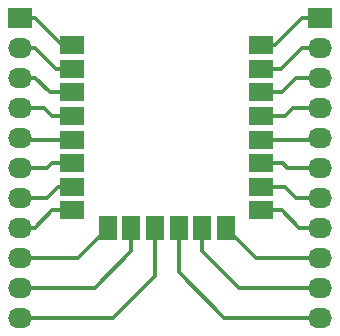
<source format=gbr>
G04 #@! TF.FileFunction,Copper,L1,Top,Signal*
%FSLAX46Y46*%
G04 Gerber Fmt 4.6, Leading zero omitted, Abs format (unit mm)*
G04 Created by KiCad (PCBNEW 4.0.4-stable) date Mon Dec  5 14:52:49 2016*
%MOMM*%
%LPD*%
G01*
G04 APERTURE LIST*
%ADD10C,0.100000*%
%ADD11R,2.032000X1.727200*%
%ADD12O,2.032000X1.727200*%
%ADD13R,2.000000X1.500000*%
%ADD14R,1.500000X2.000000*%
%ADD15C,0.304800*%
G04 APERTURE END LIST*
D10*
D11*
X137160000Y-104140000D03*
D12*
X137160000Y-106680000D03*
X137160000Y-109220000D03*
X137160000Y-111760000D03*
X137160000Y-114300000D03*
X137160000Y-116840000D03*
X137160000Y-119380000D03*
X137160000Y-121920000D03*
X137160000Y-124460000D03*
X137160000Y-127000000D03*
X137160000Y-129540000D03*
D11*
X162560000Y-104140000D03*
D12*
X162560000Y-106680000D03*
X162560000Y-109220000D03*
X162560000Y-111760000D03*
X162560000Y-114300000D03*
X162560000Y-116840000D03*
X162560000Y-119380000D03*
X162560000Y-121920000D03*
X162560000Y-124460000D03*
X162560000Y-127000000D03*
X162560000Y-129540000D03*
D13*
X141590000Y-106450000D03*
X141590000Y-108450000D03*
X141590000Y-110450000D03*
X141590000Y-114450000D03*
X141590000Y-116450000D03*
X141590000Y-118450000D03*
X141590000Y-120450000D03*
D14*
X144590000Y-121950000D03*
X146590000Y-121950000D03*
X148590000Y-121950000D03*
X150590000Y-121950000D03*
X152590000Y-121950000D03*
X154590000Y-121950000D03*
D13*
X157590000Y-120450000D03*
X157590000Y-118450000D03*
X157590000Y-116450000D03*
X157590000Y-114450000D03*
X157590000Y-112450000D03*
X157590000Y-110450000D03*
X157590000Y-108450000D03*
X141590000Y-112450000D03*
X157590000Y-106450000D03*
D15*
X141590000Y-106450000D02*
X141248000Y-106450000D01*
X141248000Y-106450000D02*
X141224000Y-106426000D01*
X141224000Y-106426000D02*
X140716000Y-106426000D01*
X140716000Y-106426000D02*
X138430000Y-104140000D01*
X138430000Y-104140000D02*
X137160000Y-104140000D01*
X141590000Y-108450000D02*
X140200000Y-108450000D01*
X138430000Y-106680000D02*
X137160000Y-106680000D01*
X140200000Y-108450000D02*
X138430000Y-106680000D01*
X141090000Y-107950000D02*
X141590000Y-108450000D01*
X141590000Y-110450000D02*
X139660000Y-110450000D01*
X138430000Y-109220000D02*
X137160000Y-109220000D01*
X139660000Y-110450000D02*
X138430000Y-109220000D01*
X141590000Y-114450000D02*
X137310000Y-114450000D01*
X137310000Y-114450000D02*
X137160000Y-114300000D01*
X141590000Y-116450000D02*
X139836000Y-116450000D01*
X139446000Y-116840000D02*
X137160000Y-116840000D01*
X139836000Y-116450000D02*
X139446000Y-116840000D01*
X141590000Y-118450000D02*
X140376000Y-118450000D01*
X139446000Y-119380000D02*
X137160000Y-119380000D01*
X140376000Y-118450000D02*
X139446000Y-119380000D01*
X141590000Y-120450000D02*
X139900000Y-120450000D01*
X138430000Y-121920000D02*
X137160000Y-121920000D01*
X139900000Y-120450000D02*
X138430000Y-121920000D01*
X137160000Y-124460000D02*
X142080000Y-124460000D01*
X142080000Y-124460000D02*
X144590000Y-121950000D01*
X137160000Y-127000000D02*
X143510000Y-127000000D01*
X146590000Y-123920000D02*
X146590000Y-121950000D01*
X143510000Y-127000000D02*
X146590000Y-123920000D01*
X137160000Y-129540000D02*
X145034000Y-129540000D01*
X148590000Y-125984000D02*
X148590000Y-121950000D01*
X145034000Y-129540000D02*
X148590000Y-125984000D01*
X157590000Y-108450000D02*
X159266000Y-108450000D01*
X161036000Y-106680000D02*
X162560000Y-106680000D01*
X159266000Y-108450000D02*
X161036000Y-106680000D01*
X157590000Y-110450000D02*
X159298000Y-110450000D01*
X160528000Y-109220000D02*
X162560000Y-109220000D01*
X159298000Y-110450000D02*
X160528000Y-109220000D01*
X157590000Y-112450000D02*
X159584000Y-112450000D01*
X160274000Y-111760000D02*
X162560000Y-111760000D01*
X159584000Y-112450000D02*
X160274000Y-111760000D01*
X157590000Y-114450000D02*
X162410000Y-114450000D01*
X162410000Y-114450000D02*
X162560000Y-114300000D01*
X157590000Y-116450000D02*
X159376000Y-116450000D01*
X159766000Y-116840000D02*
X162560000Y-116840000D01*
X159376000Y-116450000D02*
X159766000Y-116840000D01*
X157590000Y-118450000D02*
X159598000Y-118450000D01*
X160528000Y-119380000D02*
X162560000Y-119380000D01*
X159598000Y-118450000D02*
X160528000Y-119380000D01*
X157590000Y-120450000D02*
X159312000Y-120450000D01*
X160782000Y-121920000D02*
X162560000Y-121920000D01*
X159312000Y-120450000D02*
X160782000Y-121920000D01*
X162560000Y-124460000D02*
X157100000Y-124460000D01*
X157100000Y-124460000D02*
X154590000Y-121950000D01*
X162560000Y-127000000D02*
X155702000Y-127000000D01*
X152590000Y-123888000D02*
X152590000Y-121950000D01*
X155702000Y-127000000D02*
X152590000Y-123888000D01*
X162560000Y-129540000D02*
X154432000Y-129540000D01*
X150590000Y-125698000D02*
X150590000Y-121950000D01*
X154432000Y-129540000D02*
X150590000Y-125698000D01*
X141590000Y-112450000D02*
X139882000Y-112450000D01*
X139192000Y-111760000D02*
X137160000Y-111760000D01*
X139882000Y-112450000D02*
X139192000Y-111760000D01*
X157590000Y-106450000D02*
X158726000Y-106450000D01*
X161036000Y-104140000D02*
X162560000Y-104140000D01*
X158726000Y-106450000D02*
X161036000Y-104140000D01*
M02*

</source>
